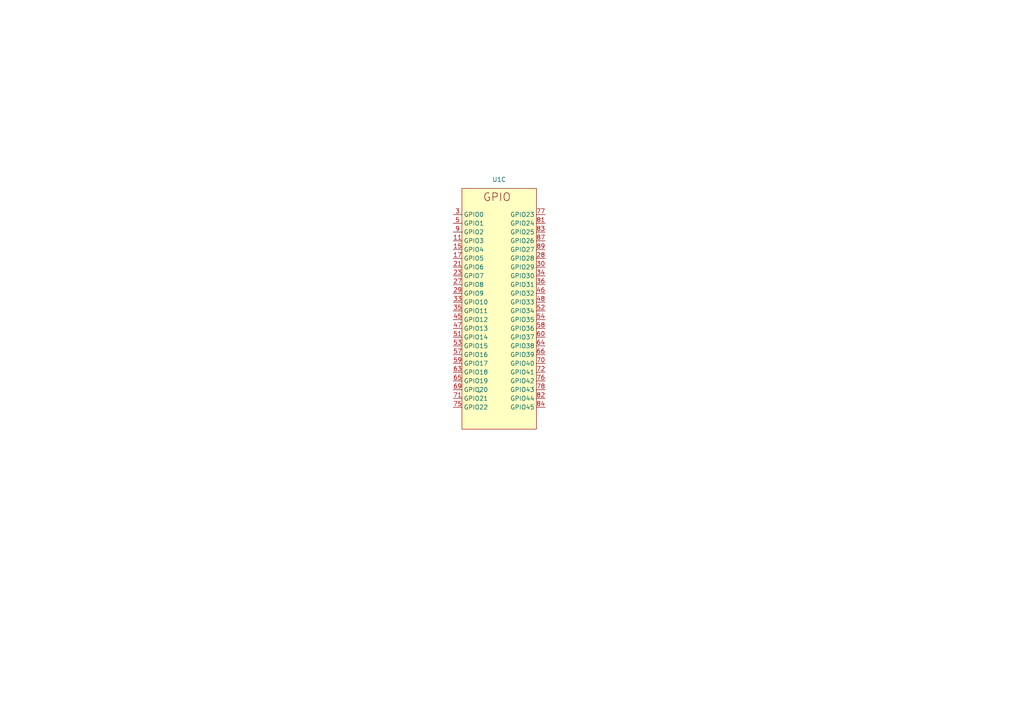
<source format=kicad_sch>
(kicad_sch (version 20230121) (generator eeschema)
  (paper "A4")
  (lib_symbols
    (symbol "SC0148:SC0148"
      (property "Reference" "U" (at 0 59.69 0))
      (symbol "SC0148_1_1"
        (rectangle (start -20.32 57.785) (end 19.05 -62.23) (fill (type background)))
        (text "POWER" (at 0 54.61 0) (effects (font (size 2.27 2.27))))
        (pin power_in line (at -22.86 -20.32 0) (length 2.54) (name "GND") (number "1"))
        (pin power_in line (at 21.59 43.18 180) (length 2.54) (name "GND") (number "103"))
        (pin power_in line (at 21.59 40.64 180) (length 2.54) (name "GND") (number "104"))
        (pin power_in line (at 21.59 38.1 180) (length 2.54) (name "GND") (number "109"))
        (pin power_in line (at 21.59 35.56 180) (length 2.54) (name "GND") (number "110"))
        (pin power_in line (at 21.59 33.02 180) (length 2.54) (name "GND") (number "115"))
        (pin power_in line (at 21.59 30.48 180) (length 2.54) (name "GND") (number "116"))
        (pin power_in line (at 21.59 27.94 180) (length 2.54) (name "GND") (number "121"))
        (pin power_in line (at 21.59 25.4 180) (length 2.54) (name "GND") (number "122"))
        (pin no_connect line (at 12.7 -64.77 90) (length 2.54) (name "NC") (number "124"))
        (pin no_connect line (at 10.16 -64.77 90) (length 2.54) (name "NC") (number "126"))
        (pin power_in line (at 21.59 22.86 180) (length 2.54) (name "GND") (number "127"))
        (pin no_connect line (at 7.62 -64.77 90) (length 2.54) (name "NC") (number "128"))
        (pin power_in line (at -22.86 -27.94 0) (length 2.54) (name "GND") (number "13"))
        (pin no_connect line (at 5.08 -64.77 90) (length 2.54) (name "NC") (number "130"))
        (pin no_connect line (at 2.54 -64.77 90) (length 2.54) (name "NC") (number "132"))
        (pin power_in line (at 21.59 20.32 180) (length 2.54) (name "GND") (number "133"))
        (pin power_in line (at 21.59 17.78 180) (length 2.54) (name "GND") (number "134"))
        (pin power_in line (at 21.59 15.24 180) (length 2.54) (name "GND") (number "139"))
        (pin power_in line (at -22.86 -30.48 0) (length 2.54) (name "GND") (number "14"))
        (pin power_in line (at 21.59 12.7 180) (length 2.54) (name "GND") (number "140"))
        (pin power_in line (at 21.59 10.16 180) (length 2.54) (name "GND") (number "145"))
        (pin power_in line (at 21.59 7.62 180) (length 2.54) (name "GND") (number "146"))
        (pin power_in line (at 21.59 5.08 180) (length 2.54) (name "GND") (number "151"))
        (pin power_in line (at 21.59 2.54 180) (length 2.54) (name "GND") (number "152"))
        (pin no_connect line (at 0 -64.77 90) (length 2.54) (name "NC") (number "154"))
        (pin no_connect line (at -2.54 -64.77 90) (length 2.54) (name "NC") (number "156"))
        (pin power_in line (at 21.59 0 180) (length 2.54) (name "GND") (number "157"))
        (pin no_connect line (at -5.08 -64.77 90) (length 2.54) (name "NC") (number "158"))
        (pin no_connect line (at -7.62 -64.77 90) (length 2.54) (name "NC") (number "160"))
        (pin no_connect line (at -10.16 -64.77 90) (length 2.54) (name "NC") (number "162"))
        (pin power_in line (at 21.59 -2.54 180) (length 2.54) (name "GND") (number "163"))
        (pin power_in line (at 21.59 -5.08 180) (length 2.54) (name "GND") (number "164"))
        (pin power_in line (at 21.59 -7.62 180) (length 2.54) (name "GND") (number "169"))
        (pin power_in line (at 21.59 -10.16 180) (length 2.54) (name "GND") (number "170"))
        (pin no_connect line (at -12.7 -64.77 90) (length 2.54) (name "VDD_CORE_(DO_NOT_CONNECT)") (number "179"))
        (pin power_in line (at 21.59 -12.7 180) (length 2.54) (name "GND") (number "181"))
        (pin power_in line (at 21.59 -15.24 180) (length 2.54) (name "GND") (number "182"))
        (pin power_in line (at -22.86 33.02 0) (length 2.54) (name "1V8") (number "183"))
        (pin power_in line (at -22.86 35.56 0) (length 2.54) (name "1V8") (number "184"))
        (pin power_in line (at -22.86 38.1 0) (length 2.54) (name "1V8") (number "185"))
        (pin power_in line (at -22.86 40.64 0) (length 2.54) (name "1V8") (number "186"))
        (pin power_in line (at 21.59 48.26 180) (length 2.54) (name "GND") (number "187"))
        (pin power_in line (at 21.59 45.72 180) (length 2.54) (name "GND") (number "188"))
        (pin input line (at -22.86 -10.16 0) (length 2.54) (name "VDAC") (number "189"))
        (pin power_in line (at -22.86 -33.02 0) (length 2.54) (name "GND") (number "19"))
        (pin input line (at -22.86 -12.7 0) (length 2.54) (name "VDAC") (number "190"))
        (pin power_in line (at -22.86 20.32 0) (length 2.54) (name "3V3") (number "191"))
        (pin power_in line (at -22.86 22.86 0) (length 2.54) (name "3V3") (number "192"))
        (pin power_in line (at -22.86 25.4 0) (length 2.54) (name "3V3") (number "193"))
        (pin power_in line (at -22.86 27.94 0) (length 2.54) (name "3V3") (number "194"))
        (pin power_in line (at 21.59 53.34 180) (length 2.54) (name "GND") (number "195"))
        (pin power_in line (at 21.59 50.8 180) (length 2.54) (name "GND") (number "196"))
        (pin power_in line (at -22.86 45.085 0) (length 2.54) (name "VBAT") (number "197"))
        (pin power_in line (at -22.86 47.625 0) (length 2.54) (name "VBAT") (number "198"))
        (pin power_in line (at -22.86 50.165 0) (length 2.54) (name "VBAT") (number "199"))
        (pin power_in line (at -22.86 -35.56 0) (length 2.54) (name "GND") (number "20"))
        (pin power_in line (at -22.86 52.705 0) (length 2.54) (name "VBAT") (number "200"))
        (pin power_in line (at -22.86 -38.1 0) (length 2.54) (name "GND") (number "25"))
        (pin power_in line (at -22.86 -40.64 0) (length 2.54) (name "GND") (number "26"))
        (pin power_in line (at -22.86 -43.18 0) (length 2.54) (name "GND") (number "31"))
        (pin power_in line (at -22.86 -45.72 0) (length 2.54) (name "GND") (number "32"))
        (pin power_in line (at -22.86 -48.26 0) (length 2.54) (name "GND") (number "37"))
        (pin power_in line (at -22.86 -50.8 0) (length 2.54) (name "GND") (number "38"))
        (pin power_in line (at -22.86 7.62 0) (length 2.54) (name "GPIO0-27_VDD") (number "39"))
        (pin power_in line (at -22.86 15.24 0) (length 2.54) (name "SDX_VDD") (number "4"))
        (pin power_in line (at -22.86 5.08 0) (length 2.54) (name "GPIO0-27_VDD") (number "40"))
        (pin power_in line (at -22.86 2.54 0) (length 2.54) (name "GPIO28-45_VDD") (number "41"))
        (pin power_in line (at -22.86 0 0) (length 2.54) (name "GPIO28-45_VDD") (number "42"))
        (pin power_in line (at -22.86 -53.34 0) (length 2.54) (name "GND") (number "43"))
        (pin power_in line (at -22.86 -55.88 0) (length 2.54) (name "GND") (number "44"))
        (pin power_in line (at -22.86 -58.42 0) (length 2.54) (name "GND") (number "49"))
        (pin power_in line (at 21.59 -58.42 180) (length 2.54) (name "GND") (number "50"))
        (pin power_in line (at 21.59 -48.26 180) (length 2.54) (name "GND") (number "55"))
        (pin power_in line (at 21.59 -50.8 180) (length 2.54) (name "GND") (number "56"))
        (pin power_in line (at -22.86 12.7 0) (length 2.54) (name "SDX_VDD") (number "6"))
        (pin power_in line (at 21.59 -55.88 180) (length 2.54) (name "GND") (number "61"))
        (pin power_in line (at 21.59 -53.34 180) (length 2.54) (name "GND") (number "62"))
        (pin power_in line (at 21.59 -45.72 180) (length 2.54) (name "GND") (number "67"))
        (pin power_in line (at 21.59 -43.18 180) (length 2.54) (name "GND") (number "68"))
        (pin power_in line (at -22.86 -22.86 0) (length 2.54) (name "GND") (number "7"))
        (pin power_in line (at 21.59 -40.64 180) (length 2.54) (name "GND") (number "73"))
        (pin power_in line (at 21.59 -38.1 180) (length 2.54) (name "GND") (number "74"))
        (pin power_in line (at 21.59 -35.56 180) (length 2.54) (name "GND") (number "79"))
        (pin power_in line (at -22.86 -25.4 0) (length 2.54) (name "GND") (number "8"))
        (pin power_in line (at 21.59 -33.02 180) (length 2.54) (name "GND") (number "80"))
        (pin power_in line (at 21.59 -30.48 180) (length 2.54) (name "GND") (number "85"))
        (pin power_in line (at 21.59 -27.94 180) (length 2.54) (name "GND") (number "86"))
        (pin power_in line (at -22.86 -5.08 0) (length 2.54) (name "HDMI_HPD_N_1V8") (number "88"))
        (pin power_in line (at 21.59 -25.4 180) (length 2.54) (name "GND") (number "91"))
        (pin power_in line (at 21.59 -22.86 180) (length 2.54) (name "GND") (number "92"))
        (pin power_in line (at 21.59 -20.32 180) (length 2.54) (name "GND") (number "97"))
        (pin power_in line (at 21.59 -17.78 180) (length 2.54) (name "GND") (number "98"))
      )
      (symbol "SC0148_2_1"
        (rectangle (start -16.51 15.24) (end 17.78 -13.97) (fill (type background)))
        (text "EMMC & USB" (at 1.27 12.7 0) (effects (font (size 2.27 2.27))))
        (pin output line (at -19.05 5.08 0) (length 2.54) (name "SDX_CLK") (number "10"))
        (pin bidirectional line (at -19.05 2.54 0) (length 2.54) (name "SDX_CMD") (number "12"))
        (pin bidirectional line (at -19.05 0 0) (length 2.54) (name "SDX_D0") (number "16"))
        (pin bidirectional line (at 20.32 7.62 180) (length 2.54) (name "USB_DP") (number "165"))
        (pin bidirectional line (at 20.32 5.08 180) (length 2.54) (name "USB_DM") (number "167"))
        (pin input line (at 20.32 2.54 180) (length 2.54) (name "USB_OTGID") (number "168"))
        (pin bidirectional line (at -19.05 -2.54 0) (length 2.54) (name "SDX_D1") (number "18"))
        (pin input line (at -19.05 7.62 0) (length 2.54) (name "EMMC_DISABLE_N") (number "2"))
        (pin bidirectional line (at -19.05 -5.08 0) (length 2.54) (name "SDX_D2") (number "22"))
        (pin bidirectional line (at -19.05 -7.62 0) (length 2.54) (name "SDX_D3") (number "24"))
        (pin power_out line (at -19.05 -10.16 0) (length 2.54) (name "EMMC_EN_N_1V8") (number "90"))
      )
      (symbol "SC0148_3_1"
        (rectangle (start -10.16 34.29) (end 11.43 -35.56) (fill (type background)))
        (text "GPIO" (at 0 31.75 0) (effects (font (size 2.27 2.27))))
        (pin bidirectional line (at -12.7 19.05 0) (length 2.54) (name "GPIO3") (number "11"))
        (pin bidirectional line (at -12.7 16.51 0) (length 2.54) (name "GPIO4") (number "15"))
        (pin bidirectional line (at -12.7 13.97 0) (length 2.54) (name "GPIO5") (number "17"))
        (pin bidirectional line (at -12.7 11.43 0) (length 2.54) (name "GPIO6") (number "21"))
        (pin bidirectional line (at -12.7 8.89 0) (length 2.54) (name "GPIO7") (number "23"))
        (pin bidirectional line (at -12.7 6.35 0) (length 2.54) (name "GPIO8") (number "27"))
        (pin bidirectional line (at 13.97 13.97 180) (length 2.54) (name "GPIO28") (number "28"))
        (pin bidirectional line (at -12.7 3.81 0) (length 2.54) (name "GPIO9") (number "29"))
        (pin bidirectional line (at -12.7 26.67 0) (length 2.54) (name "GPIO0") (number "3"))
        (pin bidirectional line (at 13.97 11.43 180) (length 2.54) (name "GPIO29") (number "30"))
        (pin bidirectional line (at -12.7 1.27 0) (length 2.54) (name "GPIO10") (number "33"))
        (pin bidirectional line (at 13.97 8.89 180) (length 2.54) (name "GPIO30") (number "34"))
        (pin bidirectional line (at -12.7 -1.27 0) (length 2.54) (name "GPIO11") (number "35"))
        (pin bidirectional line (at 13.97 6.35 180) (length 2.54) (name "GPIO31") (number "36"))
        (pin bidirectional line (at -12.7 -3.81 0) (length 2.54) (name "GPIO12") (number "45"))
        (pin bidirectional line (at 13.97 3.81 180) (length 2.54) (name "GPIO32") (number "46"))
        (pin bidirectional line (at -12.7 -6.35 0) (length 2.54) (name "GPIO13") (number "47"))
        (pin bidirectional line (at 13.97 1.27 180) (length 2.54) (name "GPIO33") (number "48"))
        (pin bidirectional line (at -12.7 24.13 0) (length 2.54) (name "GPIO1") (number "5"))
        (pin bidirectional line (at -12.7 -8.89 0) (length 2.54) (name "GPIO14") (number "51"))
        (pin bidirectional line (at 13.97 -1.27 180) (length 2.54) (name "GPIO34") (number "52"))
        (pin bidirectional line (at -12.7 -11.43 0) (length 2.54) (name "GPIO15") (number "53"))
        (pin bidirectional line (at 13.97 -3.81 180) (length 2.54) (name "GPIO35") (number "54"))
        (pin bidirectional line (at -12.7 -13.97 0) (length 2.54) (name "GPIO16") (number "57"))
        (pin bidirectional line (at 13.97 -6.35 180) (length 2.54) (name "GPIO36") (number "58"))
        (pin bidirectional line (at -12.7 -16.51 0) (length 2.54) (name "GPIO17") (number "59"))
        (pin bidirectional line (at 13.97 -8.89 180) (length 2.54) (name "GPIO37") (number "60"))
        (pin bidirectional line (at -12.7 -19.05 0) (length 2.54) (name "GPIO18") (number "63"))
        (pin bidirectional line (at 13.97 -11.43 180) (length 2.54) (name "GPIO38") (number "64"))
        (pin bidirectional line (at -12.7 -21.59 0) (length 2.54) (name "GPIO19") (number "65"))
        (pin bidirectional line (at 13.97 -13.97 180) (length 2.54) (name "GPIO39") (number "66"))
        (pin bidirectional line (at -12.7 -24.13 0) (length 2.54) (name "GPIO20") (number "69"))
        (pin bidirectional line (at 13.97 -16.51 180) (length 2.54) (name "GPIO40") (number "70"))
        (pin bidirectional line (at -12.7 -26.67 0) (length 2.54) (name "GPIO21") (number "71"))
        (pin bidirectional line (at 13.97 -19.05 180) (length 2.54) (name "GPIO41") (number "72"))
        (pin bidirectional line (at -12.7 -29.21 0) (length 2.54) (name "GPIO22") (number "75"))
        (pin bidirectional line (at 13.97 -21.59 180) (length 2.54) (name "GPIO42") (number "76"))
        (pin bidirectional line (at 13.97 26.67 180) (length 2.54) (name "GPIO23") (number "77"))
        (pin bidirectional line (at 13.97 -24.13 180) (length 2.54) (name "GPIO43") (number "78"))
        (pin bidirectional line (at 13.97 24.13 180) (length 2.54) (name "GPIO24") (number "81"))
        (pin bidirectional line (at 13.97 -26.67 180) (length 2.54) (name "GPIO44") (number "82"))
        (pin bidirectional line (at 13.97 21.59 180) (length 2.54) (name "GPIO25") (number "83"))
        (pin bidirectional line (at 13.97 -29.21 180) (length 2.54) (name "GPIO45") (number "84"))
        (pin bidirectional line (at 13.97 19.05 180) (length 2.54) (name "GPIO26") (number "87"))
        (pin bidirectional line (at 13.97 16.51 180) (length 2.54) (name "GPIO27") (number "89"))
        (pin bidirectional line (at -12.7 21.59 0) (length 2.54) (name "GPIO2") (number "9"))
      )
      (symbol "SC0148_4_1"
        (rectangle (start -16.51 19.05) (end 16.51 -17.78) (fill (type background)))
        (text "HDMI & TVDAC" (at 0 16.51 0) (effects (font (size 2.27 2.27))))
        (pin output line (at -19.05 8.89 0) (length 2.54) (name "HDMI_CLK_N") (number "111"))
        (pin output line (at -19.05 11.43 0) (length 2.54) (name "HDMI_CLK_P") (number "113"))
        (pin output line (at -19.05 3.81 0) (length 2.54) (name "HDMI_D0_N") (number "117"))
        (pin output line (at -19.05 6.35 0) (length 2.54) (name "HDMI_D0_P") (number "119"))
        (pin output line (at -19.05 -1.27 0) (length 2.54) (name "HDMI_D1_N") (number "123"))
        (pin output line (at -19.05 1.27 0) (length 2.54) (name "HDMI_D1_P") (number "125"))
        (pin output line (at -19.05 -6.35 0) (length 2.54) (name "HDMI_D2_N") (number "129"))
        (pin output line (at -19.05 -3.81 0) (length 2.54) (name "HDMI_D2_P") (number "131"))
        (pin output line (at 19.05 0 180) (length 2.54) (name "TVDAC") (number "166"))
        (pin bidirectional line (at -19.05 -8.89 0) (length 2.54) (name "HDMI_CEC") (number "171"))
        (pin bidirectional line (at -19.05 -11.43 0) (length 2.54) (name "HDMI_SDA") (number "173"))
        (pin bidirectional line (at -19.05 -13.97 0) (length 2.54) (name "HDMI_SCL") (number "175"))
      )
      (symbol "SC0148_5_1"
        (rectangle (start -16.51 27.94) (end 16.51 -22.86) (fill (type background)))
        (text "CAM & DISP\n" (at 0 25.4 0) (effects (font (size 2.27 2.27))))
        (pin output line (at 19.05 2.54 180) (length 2.54) (name "DSI1_CP") (number "100"))
        (pin output line (at 19.05 16.51 180) (length 2.54) (name "DSI0_DP0") (number "101"))
        (pin output line (at 19.05 0 180) (length 2.54) (name "DSI1_CN") (number "102"))
        (pin output line (at 19.05 19.05 180) (length 2.54) (name "DSI0_CN") (number "105"))
        (pin output line (at 19.05 -17.78 180) (length 2.54) (name "DSI1_DP3") (number "106"))
        (pin output line (at 19.05 21.59 180) (length 2.54) (name "DSI0_CP") (number "107"))
        (pin output line (at 19.05 -20.32 180) (length 2.54) (name "DSI1_DN3") (number "108"))
        (pin output line (at 19.05 -12.7 180) (length 2.54) (name "DSI1_DP2") (number "112"))
        (pin output line (at 19.05 -15.24 180) (length 2.54) (name "DSI1_DN2") (number "114"))
        (pin output line (at 19.05 -7.62 180) (length 2.54) (name "DSI1_DP1") (number "118"))
        (pin output line (at 19.05 -10.16 180) (length 2.54) (name "DSI1_DN1") (number "120"))
        (pin input line (at -19.05 -17.78 0) (length 2.54) (name "CAM1_DP3") (number "135"))
        (pin input line (at -19.05 16.51 0) (length 2.54) (name "CAM0_DP0") (number "136"))
        (pin input line (at -19.05 -20.32 0) (length 2.54) (name "CAM1_DN3") (number "137"))
        (pin input line (at -19.05 13.97 0) (length 2.54) (name "CAM0_DN0") (number "138"))
        (pin input line (at -19.05 -12.7 0) (length 2.54) (name "CAM1_DP2") (number "141"))
        (pin input line (at -19.05 21.59 0) (length 2.54) (name "CAM0_CP") (number "142"))
        (pin input line (at -19.05 -15.24 0) (length 2.54) (name "CAM1_DN2") (number "143"))
        (pin input line (at -19.05 19.05 0) (length 2.54) (name "CAM0_CN") (number "144"))
        (pin input line (at -19.05 2.54 0) (length 2.54) (name "CAM1_CP") (number "147"))
        (pin input line (at -19.05 11.43 0) (length 2.54) (name "CAM0_DP1") (number "148"))
        (pin input line (at -19.05 0 0) (length 2.54) (name "CAM1_CN") (number "149"))
        (pin input line (at -19.05 8.89 0) (length 2.54) (name "CAM0_DN1") (number "150"))
        (pin input line (at -19.05 -2.54 0) (length 2.54) (name "CAM1_DP1") (number "153"))
        (pin input line (at -19.05 -5.08 0) (length 2.54) (name "CAM1_DN1") (number "155"))
        (pin input line (at -19.05 -7.62 0) (length 2.54) (name "CAM1_DP0") (number "159"))
        (pin input line (at -19.05 -10.16 0) (length 2.54) (name "CAM1_DN0") (number "161"))
        (pin output line (at 19.05 8.89 180) (length 2.54) (name "DSI0_DN1") (number "93"))
        (pin output line (at 19.05 -2.54 180) (length 2.54) (name "DSI1_DP0") (number "94"))
        (pin output line (at 19.05 11.43 180) (length 2.54) (name "DSI0_DP1") (number "95"))
        (pin output line (at 19.05 -5.08 180) (length 2.54) (name "DSI1_DN0") (number "96"))
        (pin output line (at 19.05 13.97 180) (length 2.54) (name "DSI0_DN0") (number "99"))
      )
      (symbol "SC0148_6_1"
        (rectangle (start -12.7 11.43) (end 12.7 -10.16) (fill (type background)))
        (text "JTAG / RUN" (at 0 8.89 0) (effects (font (size 2.27 2.27))))
        (pin input line (at 15.24 1.27 180) (length 2.54) (name "VC_TRST_N") (number "172"))
        (pin input line (at 15.24 -3.81 180) (length 2.54) (name "VC_TDI") (number "174"))
        (pin input line (at 15.24 3.81 180) (length 2.54) (name "VC_TMS") (number "176"))
        (pin input line (at -15.24 -1.27 0) (length 2.54) (name "RUN") (number "177"))
        (pin output line (at 15.24 -6.35 180) (length 2.54) (name "VC_TDO") (number "178"))
        (pin input line (at 15.24 -1.27 180) (length 2.54) (name "VC_TCK") (number "180"))
      )
    )
  )
  (symbol (lib_id "SC0148:SC0148") (at 144.145 88.9 0) (unit 3)
    (property "Reference" "U1" (at 144.78 52.07 0))
    (property "Value" "~" (at 139.065 113.665 0))
    (property "Footprint" "SODIMM:17172544" (effects hide))
    (property "Datasheet" "https://datasheets.raspberrypi.com/cm/cm3-plus-datasheet.pdf" (effects hide))
  )
)
</source>
